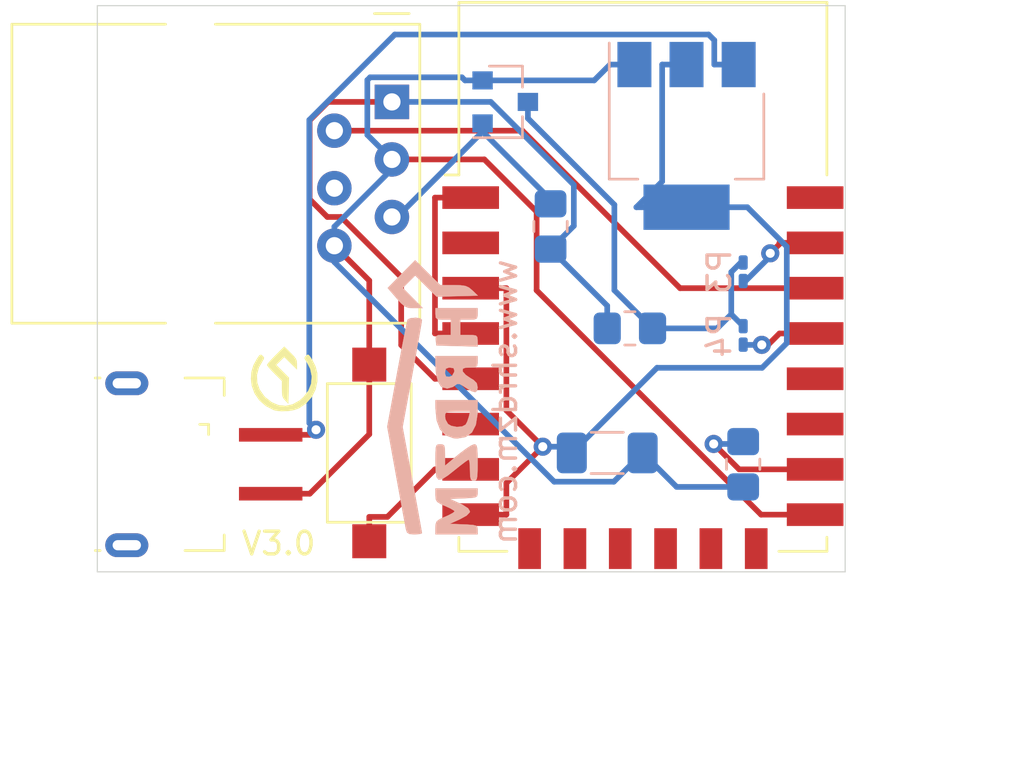
<source format=kicad_pcb>
(kicad_pcb (version 20171130) (host pcbnew "(5.1.9)-1")

  (general
    (thickness 1.6)
    (drawings 8)
    (tracks 116)
    (zones 0)
    (modules 14)
    (nets 25)
  )

  (page A4)
  (layers
    (0 F.Cu signal)
    (31 B.Cu signal)
    (32 B.Adhes user)
    (33 F.Adhes user)
    (34 B.Paste user)
    (35 F.Paste user)
    (36 B.SilkS user)
    (37 F.SilkS user)
    (38 B.Mask user)
    (39 F.Mask user)
    (40 Dwgs.User user)
    (41 Cmts.User user)
    (42 Eco1.User user)
    (43 Eco2.User user)
    (44 Edge.Cuts user)
    (45 Margin user)
    (46 B.CrtYd user)
    (47 F.CrtYd user)
    (48 B.Fab user)
    (49 F.Fab user)
  )

  (setup
    (last_trace_width 0.25)
    (trace_clearance 0.2)
    (zone_clearance 0.508)
    (zone_45_only no)
    (trace_min 0.2)
    (via_size 0.8)
    (via_drill 0.4)
    (via_min_size 0.4)
    (via_min_drill 0.3)
    (uvia_size 0.3)
    (uvia_drill 0.1)
    (uvias_allowed no)
    (uvia_min_size 0.2)
    (uvia_min_drill 0.1)
    (edge_width 0.05)
    (segment_width 0.2)
    (pcb_text_width 0.3)
    (pcb_text_size 1.5 1.5)
    (mod_edge_width 0.12)
    (mod_text_size 1 1)
    (mod_text_width 0.15)
    (pad_size 1.524 1.524)
    (pad_drill 0.762)
    (pad_to_mask_clearance 0)
    (aux_axis_origin 0 0)
    (visible_elements FFFFFF7F)
    (pcbplotparams
      (layerselection 0x010fc_ffffffff)
      (usegerberextensions false)
      (usegerberattributes true)
      (usegerberadvancedattributes true)
      (creategerberjobfile true)
      (excludeedgelayer true)
      (linewidth 0.100000)
      (plotframeref false)
      (viasonmask false)
      (mode 1)
      (useauxorigin false)
      (hpglpennumber 1)
      (hpglpenspeed 20)
      (hpglpendiameter 15.000000)
      (psnegative false)
      (psa4output false)
      (plotreference true)
      (plotvalue true)
      (plotinvisibletext false)
      (padsonsilk false)
      (subtractmaskfromsilk false)
      (outputformat 1)
      (mirror false)
      (drillshape 1)
      (scaleselection 1)
      (outputdirectory ""))
  )

  (net 0 "")
  (net 1 "Net-(C1-Pad1)")
  (net 2 "Net-(C1-Pad2)")
  (net 3 "Net-(J1-Pad1)")
  (net 4 "Net-(J2-Pad5)")
  (net 5 "Net-(J2-Pad4)")
  (net 6 "Net-(J2-Pad2)")
  (net 7 "Net-(R5-Pad1)")
  (net 8 "Net-(SW2-Pad1)")
  (net 9 "Net-(U2-Pad2)")
  (net 10 "Net-(U2-Pad6)")
  (net 11 "Net-(U2-Pad9)")
  (net 12 "Net-(U2-Pad10)")
  (net 13 "Net-(U2-Pad11)")
  (net 14 "Net-(U2-Pad12)")
  (net 15 "Net-(U2-Pad13)")
  (net 16 "Net-(U2-Pad14)")
  (net 17 "Net-(U2-Pad17)")
  (net 18 "Net-(U2-Pad18)")
  (net 19 "Net-(U2-Pad22)")
  (net 20 "Net-(U2-Pad1)")
  (net 21 "Net-(J2-Pad1)")
  (net 22 "Net-(P3-Pad2)")
  (net 23 "Net-(P3-Pad1)")
  (net 24 "Net-(P4-Pad2)")

  (net_class Default "This is the default net class."
    (clearance 0.2)
    (trace_width 0.25)
    (via_dia 0.8)
    (via_drill 0.4)
    (uvia_dia 0.3)
    (uvia_drill 0.1)
    (add_net "Net-(C1-Pad1)")
    (add_net "Net-(C1-Pad2)")
    (add_net "Net-(J1-Pad1)")
    (add_net "Net-(J2-Pad1)")
    (add_net "Net-(J2-Pad2)")
    (add_net "Net-(J2-Pad4)")
    (add_net "Net-(J2-Pad5)")
    (add_net "Net-(P3-Pad1)")
    (add_net "Net-(P3-Pad2)")
    (add_net "Net-(P4-Pad2)")
    (add_net "Net-(R5-Pad1)")
    (add_net "Net-(SW2-Pad1)")
    (add_net "Net-(U2-Pad1)")
    (add_net "Net-(U2-Pad10)")
    (add_net "Net-(U2-Pad11)")
    (add_net "Net-(U2-Pad12)")
    (add_net "Net-(U2-Pad13)")
    (add_net "Net-(U2-Pad14)")
    (add_net "Net-(U2-Pad17)")
    (add_net "Net-(U2-Pad18)")
    (add_net "Net-(U2-Pad2)")
    (add_net "Net-(U2-Pad22)")
    (add_net "Net-(U2-Pad6)")
    (add_net "Net-(U2-Pad9)")
  )

  (module "SHRDZM:SHRDZM 12x4" (layer B.Cu) (tedit 0) (tstamp 61198852)
    (at 63.75 62.5 270)
    (fp_text reference G2 (at 0 0 270) (layer B.SilkS) hide
      (effects (font (size 1.524 1.524) (thickness 0.3)) (justify mirror))
    )
    (fp_text value LOGO (at 0.75 0 270) (layer B.SilkS) hide
      (effects (font (size 1.524 1.524) (thickness 0.3)) (justify mirror))
    )
    (fp_poly (pts (xy -4.339167 1.554769) (xy -4.102935 1.341889) (xy -3.969597 1.184039) (xy -3.909977 1.030267)
      (xy -3.894903 0.82962) (xy -3.894667 0.778436) (xy -3.894667 0.386785) (xy -4.341309 0.827879)
      (xy -4.787951 1.268972) (xy -5.060564 0.996359) (xy -5.333178 0.723746) (xy -4.864899 0.250529)
      (xy -4.39662 -0.222687) (xy -4.445 -2.043753) (xy -4.677833 -1.80041) (xy -4.803636 -1.650301)
      (xy -4.873933 -1.494676) (xy -4.904383 -1.277766) (xy -4.910667 -0.971158) (xy -4.910667 -0.385249)
      (xy -5.460997 0.169331) (xy -6.011328 0.723911) (xy -5.397497 1.331681) (xy -4.783667 1.939451)
      (xy -4.339167 1.554769)) (layer B.SilkS) (width 0.01))
    (fp_poly (pts (xy -3.4778 -0.182707) (xy -3.405399 -0.255179) (xy -3.387068 -0.435278) (xy -3.386667 -0.508)
      (xy -3.386667 -0.846667) (xy -2.709333 -0.846667) (xy -2.709333 -0.502376) (xy -2.700484 -0.284237)
      (xy -2.652374 -0.191189) (xy -2.532663 -0.179128) (xy -2.4765 -0.184876) (xy -2.243667 -0.211667)
      (xy -2.219636 -1.121833) (xy -2.195605 -2.032) (xy -2.452469 -2.032) (xy -2.610402 -2.021196)
      (xy -2.685203 -1.958135) (xy -2.707864 -1.796845) (xy -2.709333 -1.651) (xy -2.709333 -1.27)
      (xy -3.386667 -1.27) (xy -3.386667 -1.651) (xy -3.39403 -1.885283) (xy -3.436543 -1.996247)
      (xy -3.544843 -2.029846) (xy -3.640667 -2.032) (xy -3.894667 -2.032) (xy -3.894667 -0.169333)
      (xy -3.640667 -0.169333) (xy -3.4778 -0.182707)) (layer B.SilkS) (width 0.01))
    (fp_poly (pts (xy -0.96904 -0.200286) (xy -0.647051 -0.284681) (xy -0.437448 -0.409818) (xy -0.405186 -0.449797)
      (xy -0.34261 -0.690252) (xy -0.413327 -0.942162) (xy -0.473038 -1.024145) (xy -0.546761 -1.128457)
      (xy -0.542382 -1.236282) (xy -0.449975 -1.402824) (xy -0.388371 -1.494965) (xy -0.225591 -1.764688)
      (xy -0.182043 -1.9318) (xy -0.258192 -2.01439) (xy -0.402167 -2.031771) (xy -0.581024 -1.99333)
      (xy -0.723127 -1.852073) (xy -0.804333 -1.71527) (xy -0.94335 -1.510789) (xy -1.084499 -1.384943)
      (xy -1.121833 -1.370624) (xy -1.217912 -1.382265) (xy -1.261258 -1.491832) (xy -1.27 -1.687125)
      (xy -1.279567 -1.906847) (xy -1.3319 -2.005526) (xy -1.462448 -2.031292) (xy -1.524 -2.032)
      (xy -1.778 -2.032) (xy -1.778 -0.810222) (xy -1.27 -0.810222) (xy -1.24236 -0.968798)
      (xy -1.130783 -1.006054) (xy -1.0795 -1.000722) (xy -0.908334 -0.904307) (xy -0.861945 -0.783167)
      (xy -0.873301 -0.640873) (xy -0.994121 -0.594375) (xy -1.052445 -0.592667) (xy -1.216163 -0.625115)
      (xy -1.268394 -0.756412) (xy -1.27 -0.810222) (xy -1.778 -0.810222) (xy -1.778 -0.169333)
      (xy -1.360179 -0.169333) (xy -0.96904 -0.200286)) (layer B.SilkS) (width 0.01))
    (fp_poly (pts (xy 0.529167 -0.169805) (xy 1.060406 -0.221315) (xy 1.459514 -0.373016) (xy 1.72388 -0.623012)
      (xy 1.850897 -0.969408) (xy 1.862667 -1.138453) (xy 1.796486 -1.50946) (xy 1.596677 -1.780497)
      (xy 1.261339 -1.952941) (xy 0.78857 -2.028169) (xy 0.629488 -2.032) (xy 0.169333 -2.032)
      (xy 0.169333 -1.144613) (xy 0.677333 -1.144613) (xy 0.677333 -1.696559) (xy 0.910167 -1.640938)
      (xy 1.121386 -1.570607) (xy 1.248833 -1.501958) (xy 1.331867 -1.345374) (xy 1.349892 -1.109954)
      (xy 1.305584 -0.872081) (xy 1.221619 -0.725714) (xy 1.032685 -0.619315) (xy 0.882952 -0.592667)
      (xy 0.7725 -0.603053) (xy 0.710906 -0.659649) (xy 0.683957 -0.800611) (xy 0.677437 -1.064093)
      (xy 0.677333 -1.144613) (xy 0.169333 -1.144613) (xy 0.169333 -0.169333) (xy 0.529167 -0.169805)) (layer B.SilkS) (width 0.01))
    (fp_poly (pts (xy 3.304644 -0.17851) (xy 3.56904 -0.218742) (xy 3.683354 -0.309087) (xy 3.656425 -0.468597)
      (xy 3.497094 -0.71633) (xy 3.2689 -1.004714) (xy 3.057051 -1.269371) (xy 2.893897 -1.484072)
      (xy 2.80401 -1.615987) (xy 2.794 -1.639258) (xy 2.870587 -1.668878) (xy 3.068141 -1.688519)
      (xy 3.259667 -1.693333) (xy 3.528774 -1.700683) (xy 3.668965 -1.732461) (xy 3.720367 -1.80326)
      (xy 3.725333 -1.862667) (xy 3.713187 -1.941369) (xy 3.65581 -1.99104) (xy 3.521789 -2.018294)
      (xy 3.279715 -2.029741) (xy 2.921 -2.032) (xy 2.545032 -2.028775) (xy 2.307521 -2.015244)
      (xy 2.177648 -1.985626) (xy 2.124597 -1.934137) (xy 2.116667 -1.881075) (xy 2.168369 -1.750319)
      (xy 2.306258 -1.531943) (xy 2.504506 -1.26532) (xy 2.588745 -1.161408) (xy 3.060824 -0.592667)
      (xy 2.588745 -0.592667) (xy 2.319763 -0.587345) (xy 2.178882 -0.559073) (xy 2.124931 -0.489391)
      (xy 2.116667 -0.381) (xy 2.122702 -0.28094) (xy 2.162495 -0.218748) (xy 2.268574 -0.185422)
      (xy 2.473468 -0.171955) (xy 2.809705 -0.169345) (xy 2.881324 -0.169333) (xy 3.304644 -0.17851)) (layer B.SilkS) (width 0.01))
    (fp_poly (pts (xy 4.54499 -0.181917) (xy 4.661268 -0.246027) (xy 4.758405 -0.401205) (xy 4.84198 -0.592667)
      (xy 4.94996 -0.827281) (xy 5.040807 -0.981007) (xy 5.08 -1.016) (xy 5.144101 -0.944558)
      (xy 5.243043 -0.760731) (xy 5.318019 -0.592667) (xy 5.429089 -0.346935) (xy 5.527062 -0.220882)
      (xy 5.656487 -0.174968) (xy 5.794974 -0.169333) (xy 6.096 -0.169333) (xy 6.096 -2.032)
      (xy 5.888042 -2.032) (xy 5.780403 -2.022184) (xy 5.71608 -1.968614) (xy 5.681348 -1.835104)
      (xy 5.662482 -1.585467) (xy 5.655209 -1.418167) (xy 5.630333 -0.804333) (xy 5.429407 -1.248833)
      (xy 5.268167 -1.544634) (xy 5.124582 -1.68332) (xy 5.08 -1.693333) (xy 4.943936 -1.610918)
      (xy 4.788142 -1.368747) (xy 4.730593 -1.248833) (xy 4.529667 -0.804333) (xy 4.504791 -1.418167)
      (xy 4.488637 -1.734716) (xy 4.463054 -1.918171) (xy 4.414315 -2.00472) (xy 4.328695 -2.030546)
      (xy 4.271957 -2.032) (xy 4.064 -2.032) (xy 4.064 -0.169333) (xy 4.365025 -0.169333)
      (xy 4.54499 -0.181917)) (layer B.SilkS) (width 0.01))
    (fp_poly (pts (xy 3.486147 1.570411) (xy 4.079853 1.462792) (xy 4.628866 1.362878) (xy 5.107899 1.275302)
      (xy 5.491662 1.204698) (xy 5.754867 1.155699) (xy 5.863167 1.134858) (xy 6.015575 1.082802)
      (xy 6.081718 0.973963) (xy 6.096 0.755273) (xy 6.083809 0.545616) (xy 6.053427 0.430756)
      (xy 6.042102 0.423333) (xy 5.947936 0.438102) (xy 5.709059 0.479793) (xy 5.347257 0.54448)
      (xy 4.884319 0.62824) (xy 4.342034 0.727149) (xy 3.742188 0.837282) (xy 3.671435 0.850317)
      (xy 1.354666 1.277301) (xy -0.962102 0.850317) (xy -1.569724 0.738948) (xy -2.124676 0.638407)
      (xy -2.60465 0.552644) (xy -2.987336 0.485605) (xy -3.250426 0.441239) (xy -3.37161 0.423492)
      (xy -3.375102 0.423333) (xy -3.439406 0.497767) (xy -3.470707 0.681168) (xy -3.471333 0.71467)
      (xy -3.450501 0.924369) (xy -3.399634 1.049136) (xy -3.392527 1.054711) (xy -3.29163 1.082145)
      (xy -3.046155 1.135263) (xy -2.678171 1.209701) (xy -2.209745 1.301092) (xy -1.662947 1.40507)
      (xy -1.059845 1.517269) (xy -0.98588 1.530868) (xy 1.341961 1.958318) (xy 3.486147 1.570411)) (layer B.SilkS) (width 0.01))
  )

  (module "SHRDZM:SHRDZM Symbol 3x3" (layer F.Cu) (tedit 0) (tstamp 611985EC)
    (at 57.25 61.75)
    (fp_text reference G1 (at 0 0) (layer F.SilkS) hide
      (effects (font (size 1.524 1.524) (thickness 0.3)))
    )
    (fp_text value LOGO (at 0.75 0) (layer F.SilkS) hide
      (effects (font (size 1.524 1.524) (thickness 0.3)))
    )
    (fp_poly (pts (xy -0.964279 -1.040565) (xy -0.962134 -1.038625) (xy -0.895183 -0.963343) (xy -0.904292 -0.896181)
      (xy -0.940626 -0.84248) (xy -1.122477 -0.522056) (xy -1.207656 -0.192211) (xy -1.196872 0.135435)
      (xy -1.090835 0.449266) (xy -0.890254 0.737661) (xy -0.841013 0.789121) (xy -0.553279 1.015232)
      (xy -0.249064 1.14303) (xy 0.062476 1.172517) (xy 0.372184 1.103691) (xy 0.670903 0.936554)
      (xy 0.841012 0.789121) (xy 1.059653 0.506935) (xy 1.183887 0.197085) (xy 1.213004 -0.128812)
      (xy 1.146294 -0.459135) (xy 0.983048 -0.782268) (xy 0.940625 -0.84248) (xy 0.891303 -0.927962)
      (xy 0.914827 -0.992261) (xy 0.962133 -1.038625) (xy 1.021211 -1.084731) (xy 1.068578 -1.083922)
      (xy 1.125623 -1.023165) (xy 1.21374 -0.889426) (xy 1.217989 -0.882727) (xy 1.378882 -0.572228)
      (xy 1.456368 -0.264303) (xy 1.460214 0.077694) (xy 1.381906 0.44672) (xy 1.214004 0.778877)
      (xy 0.965857 1.060382) (xy 0.646814 1.277448) (xy 0.64635 1.277686) (xy 0.421101 1.356666)
      (xy 0.14492 1.401299) (xy -0.140151 1.408785) (xy -0.392068 1.37633) (xy -0.472543 1.352133)
      (xy -0.817641 1.17416) (xy -1.099517 0.927474) (xy -1.308555 0.625345) (xy -1.435141 0.281041)
      (xy -1.470687 -0.0254) (xy -1.446539 -0.339501) (xy -1.360043 -0.620782) (xy -1.217374 -0.8837)
      (xy -1.127862 -1.020115) (xy -1.070154 -1.083045) (xy -1.022781 -1.085518) (xy -0.964279 -1.040565)) (layer F.SilkS) (width 0.01))
    (fp_poly (pts (xy 0.279165 -1.168632) (xy 0.422541 -1.021868) (xy 0.506383 -0.914993) (xy 0.546412 -0.819633)
      (xy 0.558347 -0.707412) (xy 0.5588 -0.663871) (xy 0.5588 -0.435271) (xy 0.27991 -0.710696)
      (xy 0.001021 -0.986121) (xy -0.356875 -0.639235) (xy -0.075086 -0.354474) (xy 0.206704 -0.069713)
      (xy 0.1778 1.073827) (xy 0.0381 0.927833) (xy -0.037098 0.838234) (xy -0.079263 0.745446)
      (xy -0.097671 0.616256) (xy -0.1016 0.427552) (xy -0.1016 0.073264) (xy -0.4318 -0.254)
      (xy -0.577309 -0.403729) (xy -0.690086 -0.530269) (xy -0.753724 -0.614702) (xy -0.762 -0.634804)
      (xy -0.727925 -0.690727) (xy -0.63583 -0.799858) (xy -0.500912 -0.944964) (xy -0.381235 -1.066568)
      (xy -0.000469 -1.444791) (xy 0.279165 -1.168632)) (layer F.SilkS) (width 0.01))
  )

  (module Button_Switch_SMD:SW_SPST_CK_RS282G05A3 (layer F.Cu) (tedit 5A7A67D2) (tstamp 61198159)
    (at 61 65 90)
    (descr https://www.mouser.com/ds/2/60/RS-282G05A-SM_RT-1159762.pdf)
    (tags "SPST button tactile switch")
    (path /6118700E)
    (attr smd)
    (fp_text reference SW2 (at 0 -2.6 90) (layer F.SilkS) hide
      (effects (font (size 1 1) (thickness 0.15)))
    )
    (fp_text value SW_Push (at 0 3 90) (layer F.Fab)
      (effects (font (size 1 1) (thickness 0.15)))
    )
    (fp_text user %R (at 0 -2.6 90) (layer F.Fab) hide
      (effects (font (size 1 1) (thickness 0.15)))
    )
    (fp_line (start -4.9 2.05) (end -4.9 -2.05) (layer F.CrtYd) (width 0.05))
    (fp_line (start 4.9 2.05) (end -4.9 2.05) (layer F.CrtYd) (width 0.05))
    (fp_line (start 4.9 -2.05) (end 4.9 2.05) (layer F.CrtYd) (width 0.05))
    (fp_line (start -4.9 -2.05) (end 4.9 -2.05) (layer F.CrtYd) (width 0.05))
    (fp_line (start -1.75 -1) (end 1.75 -1) (layer F.Fab) (width 0.1))
    (fp_line (start 1.75 -1) (end 1.75 1) (layer F.Fab) (width 0.1))
    (fp_line (start 1.75 1) (end -1.75 1) (layer F.Fab) (width 0.1))
    (fp_line (start -1.75 1) (end -1.75 -1) (layer F.Fab) (width 0.1))
    (fp_line (start -3.06 -1.85) (end 3.06 -1.85) (layer F.SilkS) (width 0.12))
    (fp_line (start 3.06 -1.85) (end 3.06 1.85) (layer F.SilkS) (width 0.12))
    (fp_line (start 3.06 1.85) (end -3.06 1.85) (layer F.SilkS) (width 0.12))
    (fp_line (start -3.06 1.85) (end -3.06 -1.85) (layer F.SilkS) (width 0.12))
    (fp_line (start -1.5 0.8) (end 1.5 0.8) (layer F.Fab) (width 0.1))
    (fp_line (start -1.5 -0.8) (end 1.5 -0.8) (layer F.Fab) (width 0.1))
    (fp_line (start 1.5 -0.8) (end 1.5 0.8) (layer F.Fab) (width 0.1))
    (fp_line (start -1.5 -0.8) (end -1.5 0.8) (layer F.Fab) (width 0.1))
    (fp_line (start -3 1.8) (end 3 1.8) (layer F.Fab) (width 0.1))
    (fp_line (start -3 -1.8) (end 3 -1.8) (layer F.Fab) (width 0.1))
    (fp_line (start -3 -1.8) (end -3 1.8) (layer F.Fab) (width 0.1))
    (fp_line (start 3 -1.8) (end 3 1.8) (layer F.Fab) (width 0.1))
    (pad 2 smd rect (at 3.9 0 90) (size 1.5 1.5) (layers F.Cu F.Paste F.Mask)
      (net 2 "Net-(C1-Pad2)"))
    (pad 1 smd rect (at -3.9 0 90) (size 1.5 1.5) (layers F.Cu F.Paste F.Mask)
      (net 8 "Net-(SW2-Pad1)"))
    (model ${KISYS3DMOD}/Button_Switch_SMD.3dshapes/SW_SPST_CK_RS282G05A3.wrl
      (at (xyz 0 0 0))
      (scale (xyz 1 1 1))
      (rotate (xyz 0 0 0))
    )
  )

  (module Resistor_SMD:R_0201_0603Metric_Pad0.64x0.40mm_HandSolder (layer B.Cu) (tedit 5F6BB9E0) (tstamp 611963DD)
    (at 77.5 59.81 270)
    (descr "Resistor SMD 0201 (0603 Metric), square (rectangular) end terminal, IPC_7351 nominal with elongated pad for handsoldering. (Body size source: https://www.vishay.com/docs/20052/crcw0201e3.pdf), generated with kicad-footprint-generator")
    (tags "resistor handsolder")
    (path /611D6A40)
    (attr smd)
    (fp_text reference P4 (at 0 1.05 90) (layer B.SilkS)
      (effects (font (size 1 1) (thickness 0.15)) (justify mirror))
    )
    (fp_text value 2.2k (at 0 -1.05 90) (layer B.Fab) hide
      (effects (font (size 1 1) (thickness 0.15)) (justify mirror))
    )
    (fp_text user %R (at 0 0.68 90) (layer B.Fab)
      (effects (font (size 0.25 0.25) (thickness 0.04)) (justify mirror))
    )
    (fp_line (start -0.3 -0.15) (end -0.3 0.15) (layer B.Fab) (width 0.1))
    (fp_line (start -0.3 0.15) (end 0.3 0.15) (layer B.Fab) (width 0.1))
    (fp_line (start 0.3 0.15) (end 0.3 -0.15) (layer B.Fab) (width 0.1))
    (fp_line (start 0.3 -0.15) (end -0.3 -0.15) (layer B.Fab) (width 0.1))
    (fp_line (start -0.88 -0.35) (end -0.88 0.35) (layer B.CrtYd) (width 0.05))
    (fp_line (start -0.88 0.35) (end 0.88 0.35) (layer B.CrtYd) (width 0.05))
    (fp_line (start 0.88 0.35) (end 0.88 -0.35) (layer B.CrtYd) (width 0.05))
    (fp_line (start 0.88 -0.35) (end -0.88 -0.35) (layer B.CrtYd) (width 0.05))
    (pad 2 smd roundrect (at 0.4075 0 270) (size 0.635 0.4) (layers B.Cu B.Mask) (roundrect_rratio 0.25)
      (net 24 "Net-(P4-Pad2)"))
    (pad 1 smd roundrect (at -0.4075 0 270) (size 0.635 0.4) (layers B.Cu B.Mask) (roundrect_rratio 0.25)
      (net 23 "Net-(P3-Pad1)"))
    (pad "" smd roundrect (at 0.4325 0 270) (size 0.458 0.36) (layers B.Paste) (roundrect_rratio 0.25))
    (pad "" smd roundrect (at -0.4325 0 270) (size 0.458 0.36) (layers B.Paste) (roundrect_rratio 0.25))
    (model ${KISYS3DMOD}/Resistor_SMD.3dshapes/R_0201_0603Metric.wrl
      (at (xyz 0 0 0))
      (scale (xyz 1 1 1))
      (rotate (xyz 0 0 0))
    )
  )

  (module Resistor_SMD:R_0201_0603Metric_Pad0.64x0.40mm_HandSolder (layer B.Cu) (tedit 5F6BB9E0) (tstamp 611963CC)
    (at 77.5 57 270)
    (descr "Resistor SMD 0201 (0603 Metric), square (rectangular) end terminal, IPC_7351 nominal with elongated pad for handsoldering. (Body size source: https://www.vishay.com/docs/20052/crcw0201e3.pdf), generated with kicad-footprint-generator")
    (tags "resistor handsolder")
    (path /611D66C9)
    (attr smd)
    (fp_text reference P3 (at 0 1.05 90) (layer B.SilkS)
      (effects (font (size 1 1) (thickness 0.15)) (justify mirror))
    )
    (fp_text value 2.2k (at 0 -1.05 90) (layer B.Fab) hide
      (effects (font (size 1 1) (thickness 0.15)) (justify mirror))
    )
    (fp_text user %R (at 0 0.68 90) (layer B.Fab)
      (effects (font (size 0.25 0.25) (thickness 0.04)) (justify mirror))
    )
    (fp_line (start -0.3 -0.15) (end -0.3 0.15) (layer B.Fab) (width 0.1))
    (fp_line (start -0.3 0.15) (end 0.3 0.15) (layer B.Fab) (width 0.1))
    (fp_line (start 0.3 0.15) (end 0.3 -0.15) (layer B.Fab) (width 0.1))
    (fp_line (start 0.3 -0.15) (end -0.3 -0.15) (layer B.Fab) (width 0.1))
    (fp_line (start -0.88 -0.35) (end -0.88 0.35) (layer B.CrtYd) (width 0.05))
    (fp_line (start -0.88 0.35) (end 0.88 0.35) (layer B.CrtYd) (width 0.05))
    (fp_line (start 0.88 0.35) (end 0.88 -0.35) (layer B.CrtYd) (width 0.05))
    (fp_line (start 0.88 -0.35) (end -0.88 -0.35) (layer B.CrtYd) (width 0.05))
    (pad 2 smd roundrect (at 0.4075 0 270) (size 0.635 0.4) (layers B.Cu B.Mask) (roundrect_rratio 0.25)
      (net 22 "Net-(P3-Pad2)"))
    (pad 1 smd roundrect (at -0.4075 0 270) (size 0.635 0.4) (layers B.Cu B.Mask) (roundrect_rratio 0.25)
      (net 23 "Net-(P3-Pad1)"))
    (pad "" smd roundrect (at 0.4325 0 270) (size 0.458 0.36) (layers B.Paste) (roundrect_rratio 0.25))
    (pad "" smd roundrect (at -0.4325 0 270) (size 0.458 0.36) (layers B.Paste) (roundrect_rratio 0.25))
    (model ${KISYS3DMOD}/Resistor_SMD.3dshapes/R_0201_0603Metric.wrl
      (at (xyz 0 0 0))
      (scale (xyz 1 1 1))
      (rotate (xyz 0 0 0))
    )
  )

  (module Resistor_SMD:R_0805_2012Metric_Pad1.20x1.40mm_HandSolder (layer B.Cu) (tedit 5F68FEEE) (tstamp 6119591A)
    (at 69 55 270)
    (descr "Resistor SMD 0805 (2012 Metric), square (rectangular) end terminal, IPC_7351 nominal with elongated pad for handsoldering. (Body size source: IPC-SM-782 page 72, https://www.pcb-3d.com/wordpress/wp-content/uploads/ipc-sm-782a_amendment_1_and_2.pdf), generated with kicad-footprint-generator")
    (tags "resistor handsolder")
    (path /611931CE)
    (attr smd)
    (fp_text reference R6 (at 0 1.65 90) (layer B.SilkS) hide
      (effects (font (size 1 1) (thickness 0.15)) (justify mirror))
    )
    (fp_text value 10k (at 0 -1.65 90) (layer B.Fab) hide
      (effects (font (size 1 1) (thickness 0.15)) (justify mirror))
    )
    (fp_text user %R (at 0 0 90) (layer B.Fab)
      (effects (font (size 0.5 0.5) (thickness 0.08)) (justify mirror))
    )
    (fp_line (start -1 -0.625) (end -1 0.625) (layer B.Fab) (width 0.1))
    (fp_line (start -1 0.625) (end 1 0.625) (layer B.Fab) (width 0.1))
    (fp_line (start 1 0.625) (end 1 -0.625) (layer B.Fab) (width 0.1))
    (fp_line (start 1 -0.625) (end -1 -0.625) (layer B.Fab) (width 0.1))
    (fp_line (start -0.227064 0.735) (end 0.227064 0.735) (layer B.SilkS) (width 0.12))
    (fp_line (start -0.227064 -0.735) (end 0.227064 -0.735) (layer B.SilkS) (width 0.12))
    (fp_line (start -1.85 -0.95) (end -1.85 0.95) (layer B.CrtYd) (width 0.05))
    (fp_line (start -1.85 0.95) (end 1.85 0.95) (layer B.CrtYd) (width 0.05))
    (fp_line (start 1.85 0.95) (end 1.85 -0.95) (layer B.CrtYd) (width 0.05))
    (fp_line (start 1.85 -0.95) (end -1.85 -0.95) (layer B.CrtYd) (width 0.05))
    (pad 2 smd roundrect (at 1 0 270) (size 1.2 1.4) (layers B.Cu B.Paste B.Mask) (roundrect_rratio 0.208333)
      (net 21 "Net-(J2-Pad1)"))
    (pad 1 smd roundrect (at -1 0 270) (size 1.2 1.4) (layers B.Cu B.Paste B.Mask) (roundrect_rratio 0.208333)
      (net 4 "Net-(J2-Pad5)"))
    (model ${KISYS3DMOD}/Resistor_SMD.3dshapes/R_0805_2012Metric.wrl
      (at (xyz 0 0 0))
      (scale (xyz 1 1 1))
      (rotate (xyz 0 0 0))
    )
  )

  (module Resistor_SMD:R_0805_2012Metric_Pad1.20x1.40mm_HandSolder (layer B.Cu) (tedit 5F68FEEE) (tstamp 61195909)
    (at 77.5 65.5 270)
    (descr "Resistor SMD 0805 (2012 Metric), square (rectangular) end terminal, IPC_7351 nominal with elongated pad for handsoldering. (Body size source: IPC-SM-782 page 72, https://www.pcb-3d.com/wordpress/wp-content/uploads/ipc-sm-782a_amendment_1_and_2.pdf), generated with kicad-footprint-generator")
    (tags "resistor handsolder")
    (path /61188536)
    (attr smd)
    (fp_text reference R5 (at 0 1.65 90) (layer B.SilkS) hide
      (effects (font (size 1 1) (thickness 0.15)) (justify mirror))
    )
    (fp_text value 2.2k (at 0 -1.65 90) (layer B.Fab) hide
      (effects (font (size 1 1) (thickness 0.15)) (justify mirror))
    )
    (fp_text user %R (at 0 0 90) (layer B.Fab) hide
      (effects (font (size 0.5 0.5) (thickness 0.08)) (justify mirror))
    )
    (fp_line (start -1 -0.625) (end -1 0.625) (layer B.Fab) (width 0.1))
    (fp_line (start -1 0.625) (end 1 0.625) (layer B.Fab) (width 0.1))
    (fp_line (start 1 0.625) (end 1 -0.625) (layer B.Fab) (width 0.1))
    (fp_line (start 1 -0.625) (end -1 -0.625) (layer B.Fab) (width 0.1))
    (fp_line (start -0.227064 0.735) (end 0.227064 0.735) (layer B.SilkS) (width 0.12))
    (fp_line (start -0.227064 -0.735) (end 0.227064 -0.735) (layer B.SilkS) (width 0.12))
    (fp_line (start -1.85 -0.95) (end -1.85 0.95) (layer B.CrtYd) (width 0.05))
    (fp_line (start -1.85 0.95) (end 1.85 0.95) (layer B.CrtYd) (width 0.05))
    (fp_line (start 1.85 0.95) (end 1.85 -0.95) (layer B.CrtYd) (width 0.05))
    (fp_line (start 1.85 -0.95) (end -1.85 -0.95) (layer B.CrtYd) (width 0.05))
    (pad 2 smd roundrect (at 1 0 270) (size 1.2 1.4) (layers B.Cu B.Paste B.Mask) (roundrect_rratio 0.208333)
      (net 2 "Net-(C1-Pad2)"))
    (pad 1 smd roundrect (at -1 0 270) (size 1.2 1.4) (layers B.Cu B.Paste B.Mask) (roundrect_rratio 0.208333)
      (net 7 "Net-(R5-Pad1)"))
    (model ${KISYS3DMOD}/Resistor_SMD.3dshapes/R_0805_2012Metric.wrl
      (at (xyz 0 0 0))
      (scale (xyz 1 1 1))
      (rotate (xyz 0 0 0))
    )
  )

  (module Resistor_SMD:R_0805_2012Metric_Pad1.20x1.40mm_HandSolder (layer B.Cu) (tedit 5F68FEEE) (tstamp 611958F8)
    (at 72.5 59.5 180)
    (descr "Resistor SMD 0805 (2012 Metric), square (rectangular) end terminal, IPC_7351 nominal with elongated pad for handsoldering. (Body size source: IPC-SM-782 page 72, https://www.pcb-3d.com/wordpress/wp-content/uploads/ipc-sm-782a_amendment_1_and_2.pdf), generated with kicad-footprint-generator")
    (tags "resistor handsolder")
    (path /6118EA30)
    (attr smd)
    (fp_text reference R4 (at 0 1.65) (layer B.SilkS) hide
      (effects (font (size 1 1) (thickness 0.15)) (justify mirror))
    )
    (fp_text value 10k (at 0 -1.65) (layer B.Fab) hide
      (effects (font (size 1 1) (thickness 0.15)) (justify mirror))
    )
    (fp_text user %R (at 0 0) (layer B.Fab)
      (effects (font (size 0.5 0.5) (thickness 0.08)) (justify mirror))
    )
    (fp_line (start -1 -0.625) (end -1 0.625) (layer B.Fab) (width 0.1))
    (fp_line (start -1 0.625) (end 1 0.625) (layer B.Fab) (width 0.1))
    (fp_line (start 1 0.625) (end 1 -0.625) (layer B.Fab) (width 0.1))
    (fp_line (start 1 -0.625) (end -1 -0.625) (layer B.Fab) (width 0.1))
    (fp_line (start -0.227064 0.735) (end 0.227064 0.735) (layer B.SilkS) (width 0.12))
    (fp_line (start -0.227064 -0.735) (end 0.227064 -0.735) (layer B.SilkS) (width 0.12))
    (fp_line (start -1.85 -0.95) (end -1.85 0.95) (layer B.CrtYd) (width 0.05))
    (fp_line (start -1.85 0.95) (end 1.85 0.95) (layer B.CrtYd) (width 0.05))
    (fp_line (start 1.85 0.95) (end 1.85 -0.95) (layer B.CrtYd) (width 0.05))
    (fp_line (start 1.85 -0.95) (end -1.85 -0.95) (layer B.CrtYd) (width 0.05))
    (pad 2 smd roundrect (at 1 0 180) (size 1.2 1.4) (layers B.Cu B.Paste B.Mask) (roundrect_rratio 0.208333)
      (net 21 "Net-(J2-Pad1)"))
    (pad 1 smd roundrect (at -1 0 180) (size 1.2 1.4) (layers B.Cu B.Paste B.Mask) (roundrect_rratio 0.208333)
      (net 23 "Net-(P3-Pad1)"))
    (model ${KISYS3DMOD}/Resistor_SMD.3dshapes/R_0805_2012Metric.wrl
      (at (xyz 0 0 0))
      (scale (xyz 1 1 1))
      (rotate (xyz 0 0 0))
    )
  )

  (module Package_TO_SOT_SMD:SOT-23 (layer B.Cu) (tedit 5A02FF57) (tstamp 611958C5)
    (at 67 49.5)
    (descr "SOT-23, Standard")
    (tags SOT-23)
    (path /6118DD7B)
    (attr smd)
    (fp_text reference Q1 (at 0 2.5) (layer B.SilkS) hide
      (effects (font (size 1 1) (thickness 0.15)) (justify mirror))
    )
    (fp_text value BC847 (at 0 -2.5) (layer B.Fab) hide
      (effects (font (size 1 1) (thickness 0.15)) (justify mirror))
    )
    (fp_text user %R (at 0 0 -90) (layer B.Fab) hide
      (effects (font (size 0.5 0.5) (thickness 0.075)) (justify mirror))
    )
    (fp_line (start -0.7 0.95) (end -0.7 -1.5) (layer B.Fab) (width 0.1))
    (fp_line (start -0.15 1.52) (end 0.7 1.52) (layer B.Fab) (width 0.1))
    (fp_line (start -0.7 0.95) (end -0.15 1.52) (layer B.Fab) (width 0.1))
    (fp_line (start 0.7 1.52) (end 0.7 -1.52) (layer B.Fab) (width 0.1))
    (fp_line (start -0.7 -1.52) (end 0.7 -1.52) (layer B.Fab) (width 0.1))
    (fp_line (start 0.76 -1.58) (end 0.76 -0.65) (layer B.SilkS) (width 0.12))
    (fp_line (start 0.76 1.58) (end 0.76 0.65) (layer B.SilkS) (width 0.12))
    (fp_line (start -1.7 1.75) (end 1.7 1.75) (layer B.CrtYd) (width 0.05))
    (fp_line (start 1.7 1.75) (end 1.7 -1.75) (layer B.CrtYd) (width 0.05))
    (fp_line (start 1.7 -1.75) (end -1.7 -1.75) (layer B.CrtYd) (width 0.05))
    (fp_line (start -1.7 -1.75) (end -1.7 1.75) (layer B.CrtYd) (width 0.05))
    (fp_line (start 0.76 1.58) (end -1.4 1.58) (layer B.SilkS) (width 0.12))
    (fp_line (start 0.76 -1.58) (end -0.7 -1.58) (layer B.SilkS) (width 0.12))
    (pad 3 smd rect (at 1 0) (size 0.9 0.8) (layers B.Cu B.Paste B.Mask)
      (net 23 "Net-(P3-Pad1)"))
    (pad 2 smd rect (at -1 -0.95) (size 0.9 0.8) (layers B.Cu B.Paste B.Mask)
      (net 2 "Net-(C1-Pad2)"))
    (pad 1 smd rect (at -1 0.95) (size 0.9 0.8) (layers B.Cu B.Paste B.Mask)
      (net 4 "Net-(J2-Pad5)"))
    (model ${KISYS3DMOD}/Package_TO_SOT_SMD.3dshapes/SOT-23.wrl
      (at (xyz 0 0 0))
      (scale (xyz 1 1 1))
      (rotate (xyz 0 0 0))
    )
  )

  (module Capacitor_SMD:C_1206_3216Metric_Pad1.33x1.80mm_HandSolder (layer B.Cu) (tedit 5F68FEEF) (tstamp 61195832)
    (at 71.5 65)
    (descr "Capacitor SMD 1206 (3216 Metric), square (rectangular) end terminal, IPC_7351 nominal with elongated pad for handsoldering. (Body size source: IPC-SM-782 page 76, https://www.pcb-3d.com/wordpress/wp-content/uploads/ipc-sm-782a_amendment_1_and_2.pdf), generated with kicad-footprint-generator")
    (tags "capacitor handsolder")
    (path /611835D6)
    (attr smd)
    (fp_text reference C1 (at 0 1.85) (layer B.SilkS) hide
      (effects (font (size 1 1) (thickness 0.15)) (justify mirror))
    )
    (fp_text value 22uF (at 0 -1.85) (layer B.Fab) hide
      (effects (font (size 1 1) (thickness 0.15)) (justify mirror))
    )
    (fp_text user %R (at 0 0) (layer B.Fab) hide
      (effects (font (size 0.8 0.8) (thickness 0.12)) (justify mirror))
    )
    (fp_line (start -1.6 -0.8) (end -1.6 0.8) (layer B.Fab) (width 0.1))
    (fp_line (start -1.6 0.8) (end 1.6 0.8) (layer B.Fab) (width 0.1))
    (fp_line (start 1.6 0.8) (end 1.6 -0.8) (layer B.Fab) (width 0.1))
    (fp_line (start 1.6 -0.8) (end -1.6 -0.8) (layer B.Fab) (width 0.1))
    (fp_line (start -0.711252 0.91) (end 0.711252 0.91) (layer B.SilkS) (width 0.12))
    (fp_line (start -0.711252 -0.91) (end 0.711252 -0.91) (layer B.SilkS) (width 0.12))
    (fp_line (start -2.48 -1.15) (end -2.48 1.15) (layer B.CrtYd) (width 0.05))
    (fp_line (start -2.48 1.15) (end 2.48 1.15) (layer B.CrtYd) (width 0.05))
    (fp_line (start 2.48 1.15) (end 2.48 -1.15) (layer B.CrtYd) (width 0.05))
    (fp_line (start 2.48 -1.15) (end -2.48 -1.15) (layer B.CrtYd) (width 0.05))
    (pad 2 smd roundrect (at 1.5625 0) (size 1.325 1.8) (layers B.Cu B.Paste B.Mask) (roundrect_rratio 0.188679)
      (net 2 "Net-(C1-Pad2)"))
    (pad 1 smd roundrect (at -1.5625 0) (size 1.325 1.8) (layers B.Cu B.Paste B.Mask) (roundrect_rratio 0.188679)
      (net 1 "Net-(C1-Pad1)"))
    (model ${KISYS3DMOD}/Capacitor_SMD.3dshapes/C_1206_3216Metric.wrl
      (at (xyz 0 0 0))
      (scale (xyz 1 1 1))
      (rotate (xyz 0 0 0))
    )
  )

  (module ErichCollection:RJ12_Amphenol_54601 (layer F.Cu) (tedit 5AE2E32D) (tstamp 6119215C)
    (at 62 49.5 270)
    (descr "RJ12 connector  https://cdn.amphenol-icc.com/media/wysiwyg/files/drawing/c-bmj-0082.pdf")
    (tags "RJ12 connector")
    (path /6118BCC0)
    (fp_text reference J2 (at -1.67 -2.16 90) (layer F.SilkS) hide
      (effects (font (size 1 1) (thickness 0.15)))
    )
    (fp_text value RJ12 (at 3.54 18.3 90) (layer F.Fab) hide
      (effects (font (size 1 1) (thickness 0.15)))
    )
    (fp_text user %R (at 3.16 7.76 90) (layer F.Fab) hide
      (effects (font (size 1 1) (thickness 0.15)))
    )
    (fp_line (start -3.43 -0.48) (end -3.43 -1.23) (layer F.Fab) (width 0.1))
    (fp_line (start -2.93 0.02) (end -3.43 -0.48) (layer F.Fab) (width 0.1))
    (fp_line (start -3.43 0.52) (end -2.93 0.02) (layer F.Fab) (width 0.1))
    (fp_line (start -3.9 0.77) (end -3.9 -0.76) (layer F.SilkS) (width 0.12))
    (fp_line (start -3.43 7.79) (end -3.43 -1.23) (layer F.SilkS) (width 0.12))
    (fp_line (start -3.43 7.72) (end -3.43 7.79) (layer F.SilkS) (width 0.1))
    (fp_line (start -3.43 16.77) (end -3.43 9.99) (layer F.SilkS) (width 0.12))
    (fp_line (start 9.77 16.77) (end -3.43 16.77) (layer F.SilkS) (width 0.12))
    (fp_line (start 9.77 16.76) (end 9.77 16.77) (layer F.SilkS) (width 0.1))
    (fp_line (start 9.77 16.77) (end 9.77 9.99) (layer F.SilkS) (width 0.12))
    (fp_line (start 9.77 16.65) (end 9.77 16.77) (layer F.SilkS) (width 0.1))
    (fp_line (start 9.77 -1.23) (end 9.77 7.79) (layer F.SilkS) (width 0.12))
    (fp_line (start -3.43 -1.23) (end 9.77 -1.23) (layer F.SilkS) (width 0.12))
    (fp_line (start -4.04 17.27) (end -4.04 -1.73) (layer F.CrtYd) (width 0.05))
    (fp_line (start 10.38 17.27) (end -4.04 17.27) (layer F.CrtYd) (width 0.05))
    (fp_line (start 10.38 -1.73) (end 10.38 17.27) (layer F.CrtYd) (width 0.05))
    (fp_line (start -4.04 -1.73) (end 10.38 -1.73) (layer F.CrtYd) (width 0.05))
    (fp_line (start 9.77 16.77) (end -3.43 16.77) (layer F.Fab) (width 0.1))
    (fp_line (start 9.77 -1.23) (end 9.77 16.77) (layer F.Fab) (width 0.1))
    (fp_line (start -3.43 -1.23) (end 9.77 -1.23) (layer F.Fab) (width 0.1))
    (fp_line (start -3.43 16.77) (end -3.43 0.52) (layer F.Fab) (width 0.1))
    (pad 1 thru_hole rect (at 0 0 270) (size 1.52 1.52) (drill 0.76) (layers *.Cu *.Mask)
      (net 21 "Net-(J2-Pad1)"))
    (pad "" np_thru_hole circle (at -1.91 8.89 270) (size 3.25 3.25) (drill 3.25) (layers *.Cu *.Mask))
    (pad 2 thru_hole circle (at 1.27 2.54 270) (size 1.52 1.52) (drill 0.76) (layers *.Cu *.Mask)
      (net 6 "Net-(J2-Pad2)"))
    (pad 3 thru_hole circle (at 2.54 0 270) (size 1.52 1.52) (drill 0.76) (layers *.Cu *.Mask)
      (net 2 "Net-(C1-Pad2)"))
    (pad 4 thru_hole circle (at 3.81 2.54 270) (size 1.52 1.52) (drill 0.76) (layers *.Cu *.Mask)
      (net 5 "Net-(J2-Pad4)"))
    (pad 5 thru_hole circle (at 5.08 0 270) (size 1.52 1.52) (drill 0.76) (layers *.Cu *.Mask)
      (net 4 "Net-(J2-Pad5)"))
    (pad 6 thru_hole circle (at 6.35 2.54 270) (size 1.52 1.52) (drill 0.76) (layers *.Cu *.Mask)
      (net 2 "Net-(C1-Pad2)"))
    (pad "" np_thru_hole circle (at 8.25 8.89 270) (size 3.25 3.25) (drill 3.25) (layers *.Cu *.Mask))
    (model ${KISYS3DMOD}/Connector_RJ.3dshapes/RJ12_Amphenol_54601.wrl
      (at (xyz 0 0 0))
      (scale (xyz 1 1 1))
      (rotate (xyz 0 0 0))
    )
  )

  (module SHRDZM:USB_Micro-B_Power (layer F.Cu) (tedit 6055B067) (tstamp 61192142)
    (at 51.5 65.5 270)
    (tags "Micro-USB Power")
    (path /611819BC)
    (attr smd)
    (fp_text reference J1 (at 0.05 -7.3 90) (layer F.SilkS) hide
      (effects (font (size 1 1) (thickness 0.15)))
    )
    (fp_text value USB_B_Micro_Power (at 0 5.2 90) (layer F.Fab) hide
      (effects (font (size 1 1) (thickness 0.15)))
    )
    (fp_line (start -4.6 4.45) (end 4.6 4.45) (layer F.CrtYd) (width 0.05))
    (fp_line (start 4.6 -2.65) (end 4.6 4.45) (layer F.CrtYd) (width 0.05))
    (fp_line (start -4.6 -2.65) (end 4.6 -2.65) (layer F.CrtYd) (width 0.05))
    (fp_line (start -4.6 4.45) (end -4.6 -2.65) (layer F.CrtYd) (width 0.05))
    (fp_line (start -3.7 -3.1) (end -3.04 -3.1) (layer F.SilkS) (width 0.12))
    (fp_line (start -3.81 -1.37) (end -3.81 -3.1) (layer F.SilkS) (width 0.12))
    (fp_line (start 3.81 2.59) (end 3.81 2.38) (layer F.SilkS) (width 0.12))
    (fp_line (start 3.7 3.95) (end 3.7 -1.6) (layer F.Fab) (width 0.1))
    (fp_line (start -3 2.65) (end 3 2.65) (layer F.Fab) (width 0.1))
    (fp_line (start -3.7 3.95) (end 3.7 3.95) (layer F.Fab) (width 0.1))
    (fp_line (start -3.7 -1.6) (end 3.7 -1.6) (layer F.Fab) (width 0.1))
    (fp_line (start -3.7 3.95) (end -3.7 -1.6) (layer F.Fab) (width 0.1))
    (fp_line (start -3.81 2.59) (end -3.81 2.38) (layer F.SilkS) (width 0.12))
    (fp_line (start 3.81 -1.37) (end 3.81 -3.1) (layer F.SilkS) (width 0.12))
    (fp_line (start 3.775 -3.1) (end 3.125 -3.1) (layer F.SilkS) (width 0.12))
    (fp_line (start -1.76 -2.41) (end -1.31 -2.41) (layer F.SilkS) (width 0.12))
    (fp_line (start -1.76 -2.41) (end -1.76 -2.02) (layer F.SilkS) (width 0.12))
    (fp_line (start -1.3 -1.75) (end -1.5 -1.95) (layer F.Fab) (width 0.1))
    (fp_line (start -1.1 -1.95) (end -1.3 -1.75) (layer F.Fab) (width 0.1))
    (fp_line (start -1.5 -2.16) (end -1.1 -2.16) (layer F.Fab) (width 0.1))
    (fp_line (start -1.5 -2.16) (end -1.5 -1.95) (layer F.Fab) (width 0.1))
    (fp_line (start -1.1 -2.16) (end -1.1 -1.95) (layer F.Fab) (width 0.1))
    (fp_text user %R (at 0 0.85 90) (layer F.Fab) hide
      (effects (font (size 1 1) (thickness 0.15)))
    )
    (pad "" thru_hole oval (at 3.575 1.2 270) (size 1.05 1.9) (drill oval 0.45 1.25) (layers *.Cu *.Mask))
    (pad "" thru_hole oval (at -3.575 1.2 90) (size 1.05 1.9) (drill oval 0.45 1.25) (layers *.Cu *.Mask))
    (pad 5 smd rect (at 1.3 -5.15 270) (size 0.6 2.8) (layers F.Cu F.Paste F.Mask)
      (net 2 "Net-(C1-Pad2)"))
    (pad 1 smd rect (at -1.3 -5.15 270) (size 0.6 2.8) (layers F.Cu F.Paste F.Mask)
      (net 3 "Net-(J1-Pad1)"))
    (model C:/Users/Erich/Nextcloud/Diverses/KiCAD/model/USB_Micro-B_Power.wrl
      (at (xyz 0 0 0))
      (scale (xyz 1 1 1))
      (rotate (xyz 0 0 0))
    )
  )

  (module Package_TO_SOT_SMD:SOT-223-3_TabPin2 (layer B.Cu) (tedit 5A02FF57) (tstamp 61192240)
    (at 75 51 270)
    (descr "module CMS SOT223 4 pins")
    (tags "CMS SOT")
    (path /61182784)
    (attr smd)
    (fp_text reference U1 (at 0 4.5 270) (layer B.SilkS) hide
      (effects (font (size 1 1) (thickness 0.15)) (justify mirror))
    )
    (fp_text value AMS1117-3.3 (at 0 -4.5 270) (layer B.Fab) hide
      (effects (font (size 1 1) (thickness 0.15)) (justify mirror))
    )
    (fp_line (start 1.85 3.35) (end 1.85 -3.35) (layer B.Fab) (width 0.1))
    (fp_line (start -1.85 -3.35) (end 1.85 -3.35) (layer B.Fab) (width 0.1))
    (fp_line (start -4.1 3.41) (end 1.91 3.41) (layer B.SilkS) (width 0.12))
    (fp_line (start -0.85 3.35) (end 1.85 3.35) (layer B.Fab) (width 0.1))
    (fp_line (start -1.85 -3.41) (end 1.91 -3.41) (layer B.SilkS) (width 0.12))
    (fp_line (start -1.85 2.35) (end -1.85 -3.35) (layer B.Fab) (width 0.1))
    (fp_line (start -1.85 2.35) (end -0.85 3.35) (layer B.Fab) (width 0.1))
    (fp_line (start -4.4 3.6) (end -4.4 -3.6) (layer B.CrtYd) (width 0.05))
    (fp_line (start -4.4 -3.6) (end 4.4 -3.6) (layer B.CrtYd) (width 0.05))
    (fp_line (start 4.4 -3.6) (end 4.4 3.6) (layer B.CrtYd) (width 0.05))
    (fp_line (start 4.4 3.6) (end -4.4 3.6) (layer B.CrtYd) (width 0.05))
    (fp_line (start 1.91 3.41) (end 1.91 2.15) (layer B.SilkS) (width 0.12))
    (fp_line (start 1.91 -3.41) (end 1.91 -2.15) (layer B.SilkS) (width 0.12))
    (fp_text user %R (at 0 0) (layer B.Fab) hide
      (effects (font (size 0.8 0.8) (thickness 0.12)) (justify mirror))
    )
    (pad 2 smd rect (at 3.15 0 270) (size 2 3.8) (layers B.Cu B.Paste B.Mask)
      (net 1 "Net-(C1-Pad1)"))
    (pad 2 smd rect (at -3.15 0 270) (size 2 1.5) (layers B.Cu B.Paste B.Mask)
      (net 1 "Net-(C1-Pad1)"))
    (pad 3 smd rect (at -3.15 -2.3 270) (size 2 1.5) (layers B.Cu B.Paste B.Mask)
      (net 3 "Net-(J1-Pad1)"))
    (pad 1 smd rect (at -3.15 2.3 270) (size 2 1.5) (layers B.Cu B.Paste B.Mask)
      (net 2 "Net-(C1-Pad2)"))
    (model ${KISYS3DMOD}/Package_TO_SOT_SMD.3dshapes/SOT-223.wrl
      (at (xyz 0 0 0))
      (scale (xyz 1 1 1))
      (rotate (xyz 0 0 0))
    )
  )

  (module RF_Module:ESP-12E (layer F.Cu) (tedit 5A030172) (tstamp 6119227B)
    (at 73.075 57.225)
    (descr "Wi-Fi Module, http://wiki.ai-thinker.com/_media/esp8266/docs/aithinker_esp_12f_datasheet_en.pdf")
    (tags "Wi-Fi Module")
    (path /61184681)
    (attr smd)
    (fp_text reference U2 (at -10.56 -5.26) (layer F.SilkS) hide
      (effects (font (size 1 1) (thickness 0.15)))
    )
    (fp_text value ESP-12F (at -0.06 -12.78) (layer F.Fab) hide
      (effects (font (size 1 1) (thickness 0.15)))
    )
    (fp_line (start 5.56 -4.8) (end 8.12 -7.36) (layer Dwgs.User) (width 0.12))
    (fp_line (start 2.56 -4.8) (end 8.12 -10.36) (layer Dwgs.User) (width 0.12))
    (fp_line (start -0.44 -4.8) (end 6.88 -12.12) (layer Dwgs.User) (width 0.12))
    (fp_line (start -3.44 -4.8) (end 3.88 -12.12) (layer Dwgs.User) (width 0.12))
    (fp_line (start -6.44 -4.8) (end 0.88 -12.12) (layer Dwgs.User) (width 0.12))
    (fp_line (start -8.12 -6.12) (end -2.12 -12.12) (layer Dwgs.User) (width 0.12))
    (fp_line (start -8.12 -9.12) (end -5.12 -12.12) (layer Dwgs.User) (width 0.12))
    (fp_line (start -8.12 -4.8) (end -8.12 -12.12) (layer Dwgs.User) (width 0.12))
    (fp_line (start 8.12 -4.8) (end -8.12 -4.8) (layer Dwgs.User) (width 0.12))
    (fp_line (start 8.12 -12.12) (end 8.12 -4.8) (layer Dwgs.User) (width 0.12))
    (fp_line (start -8.12 -12.12) (end 8.12 -12.12) (layer Dwgs.User) (width 0.12))
    (fp_line (start -8.12 -4.5) (end -8.73 -4.5) (layer F.SilkS) (width 0.12))
    (fp_line (start -8.12 -4.5) (end -8.12 -12.12) (layer F.SilkS) (width 0.12))
    (fp_line (start -8.12 12.12) (end -8.12 11.5) (layer F.SilkS) (width 0.12))
    (fp_line (start -6 12.12) (end -8.12 12.12) (layer F.SilkS) (width 0.12))
    (fp_line (start 8.12 12.12) (end 6 12.12) (layer F.SilkS) (width 0.12))
    (fp_line (start 8.12 11.5) (end 8.12 12.12) (layer F.SilkS) (width 0.12))
    (fp_line (start 8.12 -12.12) (end 8.12 -4.5) (layer F.SilkS) (width 0.12))
    (fp_line (start -8.12 -12.12) (end 8.12 -12.12) (layer F.SilkS) (width 0.12))
    (fp_line (start -9.05 13.1) (end -9.05 -12.2) (layer F.CrtYd) (width 0.05))
    (fp_line (start 9.05 13.1) (end -9.05 13.1) (layer F.CrtYd) (width 0.05))
    (fp_line (start 9.05 -12.2) (end 9.05 13.1) (layer F.CrtYd) (width 0.05))
    (fp_line (start -9.05 -12.2) (end 9.05 -12.2) (layer F.CrtYd) (width 0.05))
    (fp_line (start -8 -4) (end -8 -12) (layer F.Fab) (width 0.12))
    (fp_line (start -7.5 -3.5) (end -8 -4) (layer F.Fab) (width 0.12))
    (fp_line (start -8 -3) (end -7.5 -3.5) (layer F.Fab) (width 0.12))
    (fp_line (start -8 12) (end -8 -3) (layer F.Fab) (width 0.12))
    (fp_line (start 8 12) (end -8 12) (layer F.Fab) (width 0.12))
    (fp_line (start 8 -12) (end 8 12) (layer F.Fab) (width 0.12))
    (fp_line (start -8 -12) (end 8 -12) (layer F.Fab) (width 0.12))
    (fp_text user Antenna (at -0.06 -7 180) (layer Cmts.User) hide
      (effects (font (size 1 1) (thickness 0.15)))
    )
    (fp_text user "KEEP-OUT ZONE" (at 0.03 -9.55 180) (layer Cmts.User)
      (effects (font (size 1 1) (thickness 0.15)))
    )
    (fp_text user %R (at 0.49 -0.8) (layer F.Fab) hide
      (effects (font (size 1 1) (thickness 0.15)))
    )
    (pad 1 smd rect (at -7.6 -3.5) (size 2.5 1) (layers F.Cu F.Paste F.Mask)
      (net 20 "Net-(U2-Pad1)"))
    (pad 2 smd rect (at -7.6 -1.5) (size 2.5 1) (layers F.Cu F.Paste F.Mask)
      (net 9 "Net-(U2-Pad2)"))
    (pad 3 smd rect (at -7.6 0.5) (size 2.5 1) (layers F.Cu F.Paste F.Mask)
      (net 1 "Net-(C1-Pad1)"))
    (pad 4 smd rect (at -7.6 2.5) (size 2.5 1) (layers F.Cu F.Paste F.Mask)
      (net 20 "Net-(U2-Pad1)"))
    (pad 5 smd rect (at -7.6 4.5) (size 2.5 1) (layers F.Cu F.Paste F.Mask)
      (net 21 "Net-(J2-Pad1)"))
    (pad 6 smd rect (at -7.6 6.5) (size 2.5 1) (layers F.Cu F.Paste F.Mask)
      (net 10 "Net-(U2-Pad6)"))
    (pad 7 smd rect (at -7.6 8.5) (size 2.5 1) (layers F.Cu F.Paste F.Mask)
      (net 8 "Net-(SW2-Pad1)"))
    (pad 8 smd rect (at -7.6 10.5) (size 2.5 1) (layers F.Cu F.Paste F.Mask)
      (net 1 "Net-(C1-Pad1)"))
    (pad 9 smd rect (at -5 12) (size 1 1.8) (layers F.Cu F.Paste F.Mask)
      (net 11 "Net-(U2-Pad9)"))
    (pad 10 smd rect (at -3 12) (size 1 1.8) (layers F.Cu F.Paste F.Mask)
      (net 12 "Net-(U2-Pad10)"))
    (pad 11 smd rect (at -1 12) (size 1 1.8) (layers F.Cu F.Paste F.Mask)
      (net 13 "Net-(U2-Pad11)"))
    (pad 12 smd rect (at 1 12) (size 1 1.8) (layers F.Cu F.Paste F.Mask)
      (net 14 "Net-(U2-Pad12)"))
    (pad 13 smd rect (at 3 12) (size 1 1.8) (layers F.Cu F.Paste F.Mask)
      (net 15 "Net-(U2-Pad13)"))
    (pad 14 smd rect (at 5 12) (size 1 1.8) (layers F.Cu F.Paste F.Mask)
      (net 16 "Net-(U2-Pad14)"))
    (pad 15 smd rect (at 7.6 10.5) (size 2.5 1) (layers F.Cu F.Paste F.Mask)
      (net 2 "Net-(C1-Pad2)"))
    (pad 16 smd rect (at 7.6 8.5) (size 2.5 1) (layers F.Cu F.Paste F.Mask)
      (net 7 "Net-(R5-Pad1)"))
    (pad 17 smd rect (at 7.6 6.5) (size 2.5 1) (layers F.Cu F.Paste F.Mask)
      (net 17 "Net-(U2-Pad17)"))
    (pad 18 smd rect (at 7.6 4.5) (size 2.5 1) (layers F.Cu F.Paste F.Mask)
      (net 18 "Net-(U2-Pad18)"))
    (pad 19 smd rect (at 7.6 2.5) (size 2.5 1) (layers F.Cu F.Paste F.Mask)
      (net 24 "Net-(P4-Pad2)"))
    (pad 20 smd rect (at 7.6 0.5) (size 2.5 1) (layers F.Cu F.Paste F.Mask)
      (net 6 "Net-(J2-Pad2)"))
    (pad 21 smd rect (at 7.6 -1.5) (size 2.5 1) (layers F.Cu F.Paste F.Mask)
      (net 22 "Net-(P3-Pad2)"))
    (pad 22 smd rect (at 7.6 -3.5) (size 2.5 1) (layers F.Cu F.Paste F.Mask)
      (net 19 "Net-(U2-Pad22)"))
    (model ${KISYS3DMOD}/RF_Module.3dshapes/ESP-12E.wrl
      (at (xyz 0 0 0))
      (scale (xyz 1 1 1))
      (rotate (xyz 0 0 0))
    )
  )

  (gr_text www.shrdzm.com (at 67 62.75 90) (layer B.SilkS)
    (effects (font (size 1 1) (thickness 0.15)) (justify mirror))
  )
  (gr_text V3.0 (at 57 69) (layer F.SilkS)
    (effects (font (size 1 1) (thickness 0.15)))
  )
  (gr_line (start 49 45.25) (end 82 45.25) (layer Edge.Cuts) (width 0.05) (tstamp 61198253))
  (gr_line (start 49 70.25) (end 49 45.25) (layer Edge.Cuts) (width 0.05))
  (gr_line (start 82 70.25) (end 49 70.25) (layer Edge.Cuts) (width 0.05))
  (dimension 33 (width 0.15) (layer Dwgs.User)
    (gr_text "33,000 mm" (at 65.5 79.55) (layer Dwgs.User)
      (effects (font (size 1 1) (thickness 0.15)))
    )
    (feature1 (pts (xy 49 72.5) (xy 49 78.836421)))
    (feature2 (pts (xy 82 72.5) (xy 82 78.836421)))
    (crossbar (pts (xy 82 78.25) (xy 49 78.25)))
    (arrow1a (pts (xy 49 78.25) (xy 50.126504 77.663579)))
    (arrow1b (pts (xy 49 78.25) (xy 50.126504 78.836421)))
    (arrow2a (pts (xy 82 78.25) (xy 80.873496 77.663579)))
    (arrow2b (pts (xy 82 78.25) (xy 80.873496 78.836421)))
  )
  (gr_line (start 82 70.25) (end 82 45.25) (layer Edge.Cuts) (width 0.05))
  (dimension 25 (width 0.15) (layer Dwgs.User)
    (gr_text "25,000 mm" (at 88.55 57.75 90) (layer Dwgs.User)
      (effects (font (size 1 1) (thickness 0.15)))
    )
    (feature1 (pts (xy 82.75 45.25) (xy 87.836421 45.25)))
    (feature2 (pts (xy 82.75 70.25) (xy 87.836421 70.25)))
    (crossbar (pts (xy 87.25 70.25) (xy 87.25 45.25)))
    (arrow1a (pts (xy 87.25 45.25) (xy 87.836421 46.376504)))
    (arrow1b (pts (xy 87.25 45.25) (xy 86.663579 46.376504)))
    (arrow2a (pts (xy 87.25 70.25) (xy 87.836421 69.123496)))
    (arrow2b (pts (xy 87.25 70.25) (xy 86.663579 69.123496)))
  )

  (segment (start 65.475 67.725) (end 67.0503 67.725) (width 0.25) (layer F.Cu) (net 1))
  (segment (start 67.0503 67.725) (end 67.0503 66.33) (width 0.25) (layer F.Cu) (net 1))
  (segment (start 67.0503 66.33) (end 68.6553 64.725) (width 0.25) (layer F.Cu) (net 1))
  (segment (start 69.9375 65) (end 73.6973 61.2402) (width 0.25) (layer B.Cu) (net 1))
  (segment (start 73.6973 61.2402) (end 78.3347 61.2402) (width 0.25) (layer B.Cu) (net 1))
  (segment (start 78.3347 61.2402) (end 79.4238 60.1511) (width 0.25) (layer B.Cu) (net 1))
  (segment (start 79.4238 60.1511) (end 79.4238 55.889) (width 0.25) (layer B.Cu) (net 1))
  (segment (start 79.4238 55.889) (end 77.6848 54.15) (width 0.25) (layer B.Cu) (net 1))
  (segment (start 77.6848 54.15) (end 75 54.15) (width 0.25) (layer B.Cu) (net 1))
  (segment (start 68.6553 64.725) (end 67.0503 63.12) (width 0.25) (layer F.Cu) (net 1))
  (segment (start 67.0503 63.12) (end 67.0503 57.725) (width 0.25) (layer F.Cu) (net 1))
  (segment (start 65.475 57.725) (end 67.0503 57.725) (width 0.25) (layer F.Cu) (net 1))
  (segment (start 69.9375 65) (end 69.6625 64.725) (width 0.25) (layer B.Cu) (net 1))
  (segment (start 69.6625 64.725) (end 68.6553 64.725) (width 0.25) (layer B.Cu) (net 1))
  (segment (start 73.9247 47.85) (end 73.9247 53.0121) (width 0.25) (layer B.Cu) (net 1))
  (segment (start 73.9247 53.0121) (end 72.7868 54.15) (width 0.25) (layer B.Cu) (net 1))
  (segment (start 75 54.15) (end 72.7868 54.15) (width 0.25) (layer B.Cu) (net 1))
  (segment (start 75 47.85) (end 73.9247 47.85) (width 0.25) (layer B.Cu) (net 1))
  (via (at 68.6553 64.725) (size 0.8) (layers F.Cu B.Cu) (net 1))
  (segment (start 80.675 67.725) (end 78.2895 67.725) (width 0.25) (layer F.Cu) (net 2))
  (segment (start 78.2895 67.725) (end 68.3846 57.8201) (width 0.25) (layer F.Cu) (net 2))
  (segment (start 68.3846 57.8201) (end 68.3846 54.3464) (width 0.25) (layer F.Cu) (net 2))
  (segment (start 68.3846 54.3464) (end 66.0782 52.04) (width 0.25) (layer F.Cu) (net 2))
  (segment (start 66.0782 52.04) (end 62 52.04) (width 0.25) (layer F.Cu) (net 2))
  (segment (start 58.3753 66.8) (end 61 64.1753) (width 0.25) (layer F.Cu) (net 2))
  (segment (start 61 64.1753) (end 61 61.1) (width 0.25) (layer F.Cu) (net 2))
  (segment (start 66 48.55) (end 65.2247 48.55) (width 0.25) (layer B.Cu) (net 2))
  (segment (start 62 52.04) (end 60.9146 50.9546) (width 0.25) (layer B.Cu) (net 2))
  (segment (start 60.9146 50.9546) (end 60.9146 48.5362) (width 0.25) (layer B.Cu) (net 2))
  (segment (start 60.9146 48.5362) (end 61.0362 48.4146) (width 0.25) (layer B.Cu) (net 2))
  (segment (start 61.0362 48.4146) (end 65.0893 48.4146) (width 0.25) (layer B.Cu) (net 2))
  (segment (start 65.0893 48.4146) (end 65.2247 48.55) (width 0.25) (layer B.Cu) (net 2))
  (segment (start 59.46 55.85) (end 59.46 55.0098) (width 0.25) (layer B.Cu) (net 2))
  (segment (start 59.46 55.0098) (end 62 52.4698) (width 0.25) (layer B.Cu) (net 2))
  (segment (start 62 52.4698) (end 62 52.04) (width 0.25) (layer B.Cu) (net 2))
  (segment (start 73.0625 65) (end 71.793 66.2695) (width 0.25) (layer B.Cu) (net 2))
  (segment (start 71.793 66.2695) (end 69.1592 66.2695) (width 0.25) (layer B.Cu) (net 2))
  (segment (start 69.1592 66.2695) (end 59.46 56.5703) (width 0.25) (layer B.Cu) (net 2))
  (segment (start 59.46 56.5703) (end 59.46 55.85) (width 0.25) (layer B.Cu) (net 2))
  (segment (start 73.0625 65) (end 74.5625 66.5) (width 0.25) (layer B.Cu) (net 2))
  (segment (start 74.5625 66.5) (end 77.5 66.5) (width 0.25) (layer B.Cu) (net 2))
  (segment (start 72.7 47.85) (end 71.6247 47.85) (width 0.25) (layer B.Cu) (net 2))
  (segment (start 66 48.55) (end 70.9247 48.55) (width 0.25) (layer B.Cu) (net 2))
  (segment (start 70.9247 48.55) (end 71.6247 47.85) (width 0.25) (layer B.Cu) (net 2))
  (segment (start 56.65 66.8) (end 58.3753 66.8) (width 0.25) (layer F.Cu) (net 2))
  (segment (start 59.46 55.85) (end 61 57.39) (width 0.25) (layer F.Cu) (net 2))
  (segment (start 61 57.39) (end 61 61.1) (width 0.25) (layer F.Cu) (net 2))
  (segment (start 77.3 47.85) (end 76.2247 47.85) (width 0.25) (layer B.Cu) (net 3))
  (segment (start 58.6513 63.9774) (end 58.5979 63.9774) (width 0.25) (layer F.Cu) (net 3))
  (segment (start 58.5979 63.9774) (end 58.3753 64.2) (width 0.25) (layer F.Cu) (net 3))
  (segment (start 76.2247 47.85) (end 76.2247 46.7747) (width 0.25) (layer B.Cu) (net 3))
  (segment (start 76.2247 46.7747) (end 75.9746 46.5246) (width 0.25) (layer B.Cu) (net 3))
  (segment (start 75.9746 46.5246) (end 62.1261 46.5246) (width 0.25) (layer B.Cu) (net 3))
  (segment (start 62.1261 46.5246) (end 58.354 50.2967) (width 0.25) (layer B.Cu) (net 3))
  (segment (start 58.354 50.2967) (end 58.354 63.6801) (width 0.25) (layer B.Cu) (net 3))
  (segment (start 58.354 63.6801) (end 58.6513 63.9774) (width 0.25) (layer B.Cu) (net 3))
  (segment (start 56.65 64.2) (end 58.3753 64.2) (width 0.25) (layer F.Cu) (net 3))
  (via (at 58.6513 63.9774) (size 0.8) (layers F.Cu B.Cu) (net 3))
  (segment (start 62 54.58) (end 62.2326 54.58) (width 0.25) (layer B.Cu) (net 4))
  (segment (start 62.2326 54.58) (end 66 50.8126) (width 0.25) (layer B.Cu) (net 4))
  (segment (start 66 50.8126) (end 69 53.8126) (width 0.25) (layer B.Cu) (net 4))
  (segment (start 69 53.8126) (end 69 54) (width 0.25) (layer B.Cu) (net 4))
  (segment (start 66 50.45) (end 66 50.8126) (width 0.25) (layer B.Cu) (net 4))
  (segment (start 80.675 57.725) (end 74.7132 57.725) (width 0.25) (layer F.Cu) (net 6))
  (segment (start 74.7132 57.725) (end 67.7582 50.77) (width 0.25) (layer F.Cu) (net 6))
  (segment (start 67.7582 50.77) (end 59.46 50.77) (width 0.25) (layer F.Cu) (net 6))
  (segment (start 80.675 65.725) (end 77.32 65.725) (width 0.25) (layer F.Cu) (net 7))
  (segment (start 77.32 65.725) (end 76.1975 64.6025) (width 0.25) (layer F.Cu) (net 7))
  (segment (start 76.1975 64.6025) (end 77.3975 64.6025) (width 0.25) (layer B.Cu) (net 7))
  (segment (start 77.3975 64.6025) (end 77.5 64.5) (width 0.25) (layer B.Cu) (net 7))
  (via (at 76.1975 64.6025) (size 0.8) (layers F.Cu B.Cu) (net 7))
  (segment (start 61 68.9) (end 61 67.8247) (width 0.25) (layer F.Cu) (net 8))
  (segment (start 65.475 65.725) (end 63.8997 65.725) (width 0.25) (layer F.Cu) (net 8))
  (segment (start 63.8997 65.725) (end 61.8 67.8247) (width 0.25) (layer F.Cu) (net 8))
  (segment (start 61.8 67.8247) (end 61 67.8247) (width 0.25) (layer F.Cu) (net 8))
  (segment (start 65.475 59.725) (end 63.8997 59.725) (width 0.25) (layer F.Cu) (net 20))
  (segment (start 65.475 53.725) (end 63.8997 53.725) (width 0.25) (layer F.Cu) (net 20))
  (segment (start 63.8997 59.725) (end 63.8997 53.725) (width 0.25) (layer F.Cu) (net 20))
  (segment (start 62 49.5) (end 59.1854 49.5) (width 0.25) (layer F.Cu) (net 21))
  (segment (start 59.1854 49.5) (end 58.3699 50.3155) (width 0.25) (layer F.Cu) (net 21))
  (segment (start 58.3699 50.3155) (end 58.3699 53.7998) (width 0.25) (layer F.Cu) (net 21))
  (segment (start 58.3699 53.7998) (end 59.1501 54.58) (width 0.25) (layer F.Cu) (net 21))
  (segment (start 59.1501 54.58) (end 59.7532 54.58) (width 0.25) (layer F.Cu) (net 21))
  (segment (start 59.7532 54.58) (end 62.4091 57.2359) (width 0.25) (layer F.Cu) (net 21))
  (segment (start 62.4091 57.2359) (end 62.4091 60.2344) (width 0.25) (layer F.Cu) (net 21))
  (segment (start 62.4091 60.2344) (end 63.8997 61.725) (width 0.25) (layer F.Cu) (net 21))
  (segment (start 65.475 61.725) (end 63.8997 61.725) (width 0.25) (layer F.Cu) (net 21))
  (segment (start 69 56) (end 71.5 58.5) (width 0.25) (layer B.Cu) (net 21))
  (segment (start 71.5 58.5) (end 71.5 59.5) (width 0.25) (layer B.Cu) (net 21))
  (segment (start 69 56) (end 70.0264 54.9736) (width 0.25) (layer B.Cu) (net 21))
  (segment (start 70.0264 54.9736) (end 70.0264 53.1634) (width 0.25) (layer B.Cu) (net 21))
  (segment (start 70.0264 53.1634) (end 66.363 49.5) (width 0.25) (layer B.Cu) (net 21))
  (segment (start 66.363 49.5) (end 62 49.5) (width 0.25) (layer B.Cu) (net 21))
  (segment (start 80.675 55.725) (end 79.0997 55.725) (width 0.25) (layer F.Cu) (net 22))
  (segment (start 78.6945 56.1855) (end 78.6945 56.3174) (width 0.25) (layer B.Cu) (net 22))
  (segment (start 78.6945 56.3174) (end 77.6044 57.4075) (width 0.25) (layer B.Cu) (net 22))
  (segment (start 77.6044 57.4075) (end 77.5 57.4075) (width 0.25) (layer B.Cu) (net 22))
  (segment (start 79.0997 55.725) (end 79.0997 55.7803) (width 0.25) (layer F.Cu) (net 22))
  (segment (start 79.0997 55.7803) (end 78.6945 56.1855) (width 0.25) (layer F.Cu) (net 22))
  (via (at 78.6945 56.1855) (size 0.8) (layers F.Cu B.Cu) (net 22))
  (segment (start 68 49.5) (end 68 50.2253) (width 0.25) (layer B.Cu) (net 23))
  (segment (start 68 50.2253) (end 71.8157 54.041) (width 0.25) (layer B.Cu) (net 23))
  (segment (start 71.8157 54.041) (end 71.8157 57.8157) (width 0.25) (layer B.Cu) (net 23))
  (segment (start 71.8157 57.8157) (end 73.5 59.5) (width 0.25) (layer B.Cu) (net 23))
  (segment (start 76.9742 58.8767) (end 76.3509 59.5) (width 0.25) (layer B.Cu) (net 23))
  (segment (start 76.3509 59.5) (end 73.5 59.5) (width 0.25) (layer B.Cu) (net 23))
  (segment (start 77.5 56.5925) (end 77.3959 56.5925) (width 0.25) (layer B.Cu) (net 23))
  (segment (start 77.3959 56.5925) (end 76.9742 57.0142) (width 0.25) (layer B.Cu) (net 23))
  (segment (start 76.9742 57.0142) (end 76.9742 58.8767) (width 0.25) (layer B.Cu) (net 23))
  (segment (start 76.9742 58.8767) (end 77.5 59.4025) (width 0.25) (layer B.Cu) (net 23))
  (segment (start 79.0997 59.725) (end 78.5969 60.2278) (width 0.25) (layer F.Cu) (net 24))
  (segment (start 78.5969 60.2278) (end 78.3199 60.2278) (width 0.25) (layer F.Cu) (net 24))
  (segment (start 77.5 60.2175) (end 77.5103 60.2278) (width 0.25) (layer B.Cu) (net 24))
  (segment (start 77.5103 60.2278) (end 78.3199 60.2278) (width 0.25) (layer B.Cu) (net 24))
  (segment (start 80.675 59.725) (end 79.0997 59.725) (width 0.25) (layer F.Cu) (net 24))
  (via (at 78.3199 60.2278) (size 0.8) (layers F.Cu B.Cu) (net 24))

)

</source>
